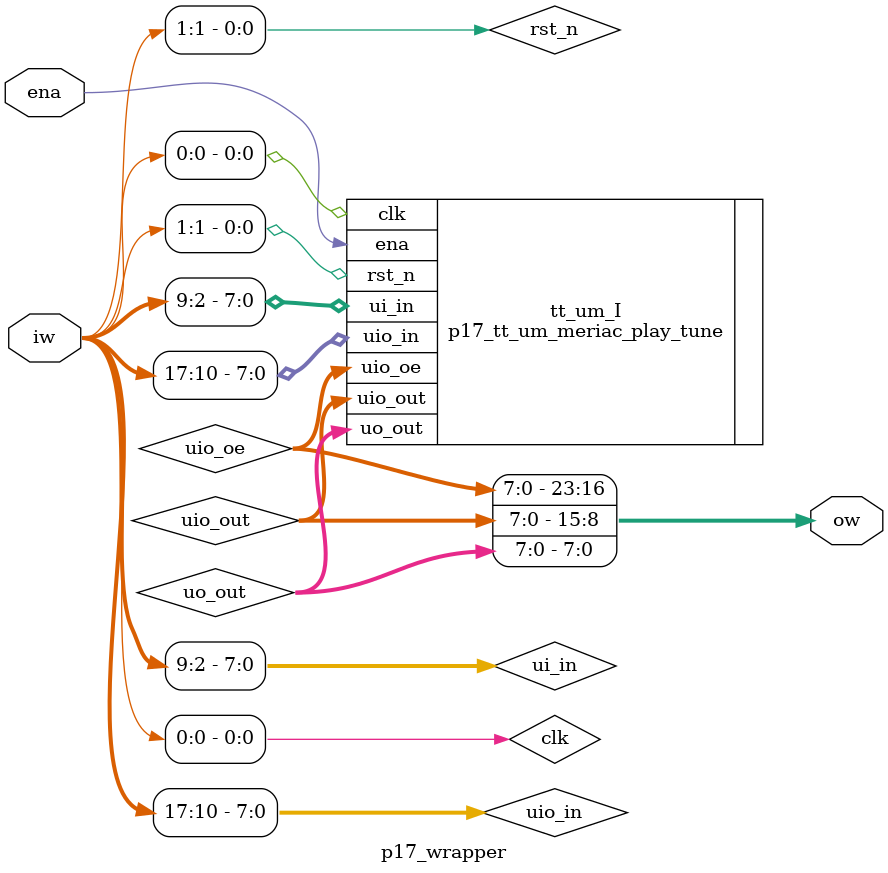
<source format=v>
`default_nettype none

module p17_wrapper (
  input wire ena,
  input wire [17:0] iw,
  output wire [23:0] ow
);

wire [7:0] uio_in;
wire [7:0] uio_out;
wire [7:0] uio_oe;
wire [7:0] uo_out;
wire [7:0] ui_in;
wire clk;
wire rst_n;

assign { uio_in, ui_in, rst_n, clk} = iw;
assign ow = { uio_oe, uio_out, uo_out };

p17_tt_um_meriac_play_tune tt_um_I (
  .uio_in  (uio_in),
  .uio_out (uio_out),
  .uio_oe  (uio_oe),
  .uo_out  (uo_out),
  .ui_in   (ui_in),
  .ena     (ena),
  .clk     (clk),
  .rst_n   (rst_n)
);

endmodule

</source>
